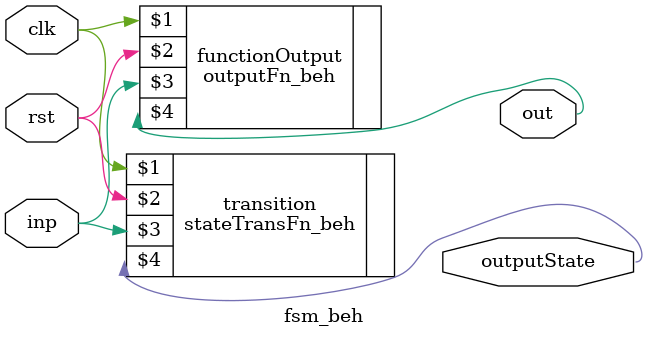
<source format=v>
`timescale 1ns / 1ps
module fsm_beh(clk, rst, inp, outputState, out);
	input clk, rst, inp;
	output outputState, out;
	stateTransFn_beh transition ( clk, rst, inp, outputState);
	outputFn_beh functionOutput ( clk, rst, inp, out);
	//delaElem_beh delayClock ( clk );

endmodule

</source>
